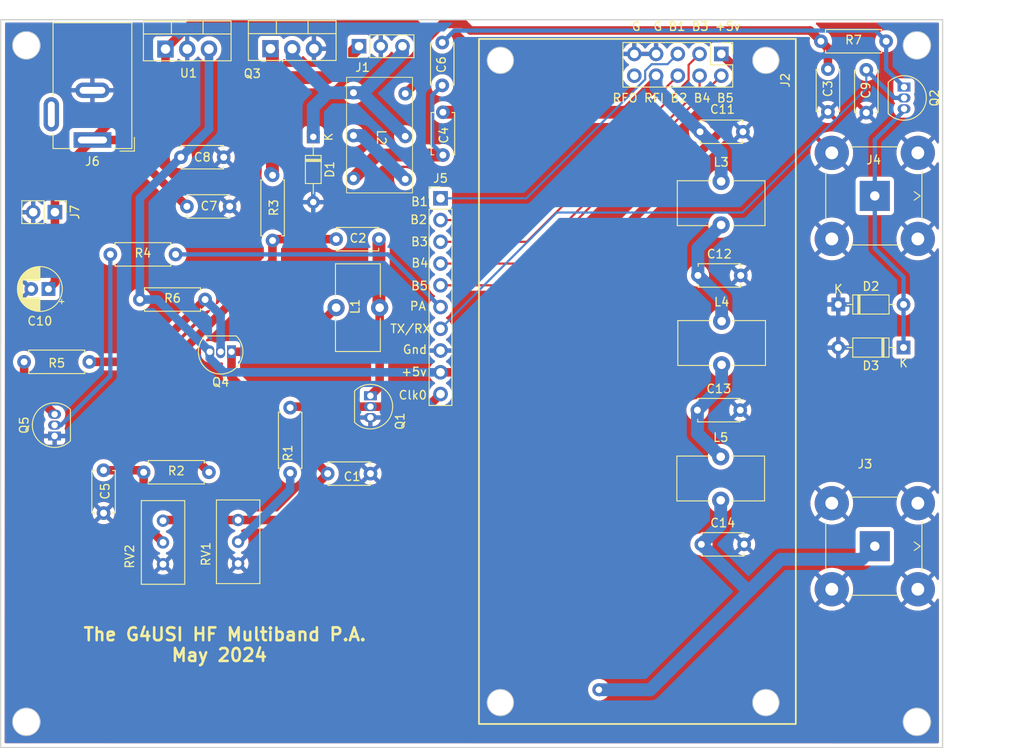
<source format=kicad_pcb>
(kicad_pcb (version 20221018) (generator pcbnew)
  (layers (0 "F.Cu" signal) (31 "B.Cu" signal) (34 "B.Paste" user) (35 "F.Paste" user) (36 "B.SilkS" user "B.Silkscreen") (37 "F.SilkS" user "F.Silkscreen") (38 "B.Mask" user) (39 "F.Mask" user) (44 "Edge.Cuts" user))
  (net 0 "")
  (net 1 "GND")
  (net 2 "Net-(Q4-E)")
  (net 3 "Net-(C2-Pad1)")
  (net 4 "Net-(Q1-D)")
  (net 5 "+12V")
  (net 6 "Net-(J2-Pin_7)")
  (net 7 "Net-(C4-Pad2)")
  (net 8 "Net-(C5-Pad1)")
  (net 9 "Net-(Q2-D)")
  (net 10 "+5V")
  (net 11 "Net-(J1-Pin_1)")
  (net 12 "Net-(D1-K)")
  (net 13 "TX{slash}RX")
  (net 14 "B1")
  (net 15 "B2")
  (net 16 "B3")
  (net 17 "B4")
  (net 18 "Net-(J2-Pin_6)")
  (net 19 "Net-(D2-A)")
  (net 20 "Net-(L2-Pad4)")
  (net 21 "Net-(Q4-B)")
  (net 22 "Net-(Q5-B)")
  (net 23 "Net-(Q5-C)")
  (net 24 "Net-(R1-Pad1)")
  (net 25 "Net-(C12-Pad1)")
  (net 26 "Net-(C13-Pad1)")
  (net 27 "B5")
  (net 28 "PA Keying")
  (net 29 "Clk0")
  (footprint "Package_TO_SOT_THT:TO-92_Inline" (layer "F.Cu") (at 106.3 98.62 90)
    (fp_text reference "Q5" (at 1.27 -3.56 90) (layer "F.SilkS"))
    (fp_text value "2N3904")
    (pad "1" thru_hole rect (at 0 0 90) (size 1.05 1.5) (drill 0.75) (layers "*.Cu" "*.Mask") (net 1 "GND"))
    (pad "2" thru_hole oval (at 1.27 0 90) (size 1.05 1.5) (drill 0.75) (layers "*.Cu" "*.Mask") (net 22 "Net-(Q5-B)"))
    (pad "3" thru_hole oval (at 2.54 0 90) (size 1.05 1.5) (drill 0.75) (layers "*.Cu" "*.Mask") (net 23 "Net-(Q5-C)"))
  )
  (footprint "Capacitor_THT:C_Disc_D4.7mm_W2.5mm_P5.00mm" (layer "F.Cu") (at 112.02 102.62 -90)
    (fp_text reference "C5" (at 2.45 -0.18 90) (layer "F.SilkS"))
    (fp_text value "1uF")
    (pad "1" thru_hole circle (at 0 0 270) (size 1.6 1.6) (drill 0.8) (layers "*.Cu" "*.Mask") (net 8 "Net-(C5-Pad1)"))
    (pad "2" thru_hole circle (at 5 0 270) (size 1.6 1.6) (drill 0.8) (layers "*.Cu" "*.Mask") (net 1 "GND"))
  )
  (footprint "Capacitor_THT:C_Disc_D4.7mm_W2.5mm_P5.00mm" (layer "F.Cu") (at 121.05 66.06)
    (fp_text reference "C8" (at 2.5 0) (layer "F.SilkS"))
    (fp_text value "0.1uF")
    (pad "1" thru_hole circle (at 0 0) (size 1.6 1.6) (drill 0.8) (layers "*.Cu" "*.Mask") (net 10 "+5V"))
    (pad "2" thru_hole circle (at 5 0) (size 1.6 1.6) (drill 0.8) (layers "*.Cu" "*.Mask") (net 1 "GND"))
  )
  (footprint "Resistor_THT:R_Axial_DIN0207_L6.3mm_D2.5mm_P7.62mm_Horizontal" (layer "F.Cu") (at 195.79 52.52)
    (fp_text reference "R7" (at 3.81 -0.15) (layer "F.SilkS"))
    (fp_text value "10k")
    (pad "1" thru_hole circle (at 0 0) (size 1.6 1.6) (drill 0.8) (layers "*.Cu" "*.Mask") (net 5 "+12V"))
    (pad "2" thru_hole oval (at 7.62 0) (size 1.6 1.6) (drill 0.8) (layers "*.Cu" "*.Mask") (net 9 "Net-(Q2-D)"))
  )
  (footprint "Capacitor_THT:C_Disc_D4.7mm_W2.5mm_P5.00mm" (layer "F.Cu") (at 181.43 79.87)
    (fp_text reference "C12" (at 2.5 -2.5) (layer "F.SilkS"))
    (fp_text value "560nF")
    (pad "1" thru_hole circle (at 0 0) (size 1.6 1.6) (drill 0.8) (layers "*.Cu" "*.Mask") (net 25 "Net-(C12-Pad1)"))
    (pad "2" thru_hole circle (at 5 0) (size 1.6 1.6) (drill 0.8) (layers "*.Cu" "*.Mask") (net 1 "GND"))
  )
  (footprint "Package_TO_SOT_THT:TO-92_Inline" (layer "F.Cu") (at 205.5 57.87 -90)
    (fp_text reference "Q2" (at 1.27 -3.56 90) (layer "F.SilkS"))
    (fp_text value "BS170")
    (pad "1" thru_hole rect (at 0 0 270) (size 1.05 1.5) (drill 0.75) (layers "*.Cu" "*.Mask") (net 9 "Net-(Q2-D)"))
    (pad "2" thru_hole oval (at 1.27 0 270) (size 1.05 1.5) (drill 0.75) (layers "*.Cu" "*.Mask") (net 13 "TX{slash}RX"))
    (pad "3" thru_hole oval (at 2.54 0 270) (size 1.05 1.5) (drill 0.75) (layers "*.Cu" "*.Mask") (net 19 "Net-(D2-A)"))
  )
  (footprint "Resistor_THT:R_Axial_DIN0207_L6.3mm_D2.5mm_P7.62mm_Horizontal" (layer "F.Cu") (at 133.81 102.93 90)
    (fp_text reference "R1" (at 2.32 -0.26 90) (layer "F.SilkS"))
    (fp_text value "4k7")
    (pad "1" thru_hole circle (at 0 0 90) (size 1.6 1.6) (drill 0.8) (layers "*.Cu" "*.Mask") (net 24 "Net-(R1-Pad1)"))
    (pad "2" thru_hole oval (at 7.62 0 90) (size 1.6 1.6) (drill 0.8) (layers "*.Cu" "*.Mask") (net 29 "Clk0"))
  )
  (footprint "Resistor_THT:R_Axial_DIN0207_L6.3mm_D2.5mm_P7.62mm_Horizontal" (layer "F.Cu") (at 112.81 77.41)
    (fp_text reference "R4" (at 3.81 -0.15) (layer "F.SilkS"))
    (fp_text value "22K")
    (pad "1" thru_hole circle (at 0 0) (size 1.6 1.6) (drill 0.8) (layers "*.Cu" "*.Mask") (net 22 "Net-(Q5-B)"))
    (pad "2" thru_hole oval (at 7.62 0) (size 1.6 1.6) (drill 0.8) (layers "*.Cu" "*.Mask") (net 28 "PA Keying"))
  )
  (footprint "Package_TO_SOT_THT:TO-92_Inline" (layer "F.Cu") (at 143.18 93.92 -90)
    (fp_text reference "Q1" (at 2.97 -3.46 90) (layer "F.SilkS"))
    (fp_text value "BS170")
    (pad "1" thru_hole rect (at 0 0 270) (size 1.05 1.5) (drill 0.75) (layers "*.Cu" "*.Mask") (net 4 "Net-(Q1-D)"))
    (pad "2" thru_hole oval (at 1.27 0 270) (size 1.05 1.5) (drill 0.75) (layers "*.Cu" "*.Mask") (net 29 "Clk0"))
    (pad "3" thru_hole oval (at 2.54 0 270) (size 1.05 1.5) (drill 0.75) (layers "*.Cu" "*.Mask") (net 1 "GND"))
  )
  (footprint "Diode_THT:D_DO-35_SOD27_P7.62mm_Horizontal" (layer "F.Cu") (at 205.44 88.29 180)
    (fp_text reference "D3" (at 3.81 -2.12) (layer "F.SilkS"))
    (fp_text value "1N4148")
    (fp_text user "K" (at 0 -1.8) (layer "F.SilkS"))
    (pad "1" thru_hole rect (at 0 0 180) (size 1.6 1.6) (drill 0.8) (layers "*.Cu" "*.Mask") (net 19 "Net-(D2-A)"))
    (pad "2" thru_hole oval (at 7.62 0 180) (size 1.6 1.6) (drill 0.8) (layers "*.Cu" "*.Mask") (net 1 "GND"))
  )
  (footprint "Diode_THT:D_DO-34_SOD68_P7.62mm_Horizontal" (layer "F.Cu") (at 136.51 63.685 -90)
    (fp_text reference "D1" (at 3.81 -1.92 90) (layer "F.SilkS"))
    (fp_text value "47v")
    (fp_text user "K" (at 0 -1.75 90) (layer "F.SilkS"))
    (pad "1" thru_hole rect (at 0 0 270) (size 1.5 1.5) (drill 0.75) (layers "*.Cu" "*.Mask") (net 12 "Net-(D1-K)"))
    (pad "2" thru_hole oval (at 7.62 0 270) (size 1.5 1.5) (drill 0.75) (layers "*.Cu" "*.Mask") (net 1 "GND"))
  )
  (footprint "Capacitor_THT:C_Disc_D4.7mm_W2.5mm_P5.00mm" (layer "F.Cu") (at 181.37 95.6)
    (fp_text reference "C13" (at 2.5 -2.5) (layer "F.SilkS"))
    (fp_text value "560nF")
    (pad "1" thru_hole circle (at 0 0) (size 1.6 1.6) (drill 0.8) (layers "*.Cu" "*.Mask") (net 26 "Net-(C13-Pad1)"))
    (pad "2" thru_hole circle (at 5 0) (size 1.6 1.6) (drill 0.8) (layers "*.Cu" "*.Mask") (net 1 "GND"))
  )
  (footprint "Connector_PinHeader_2.54mm:PinHeader_1x03_P2.54mm_Vertical" (layer "F.Cu") (at 141.85 53.1 90)
    (fp_text reference "J1" (at -2.48 0.42) (layer "F.SilkS"))
    (fp_text value "RD16HHF1")
    (pad "1" thru_hole rect (at 0 0 90) (size 1.7 1.7) (drill 1) (layers "*.Cu" "*.Mask") (net 11 "Net-(J1-Pin_1)"))
    (pad "2" thru_hole oval (at 0 2.54 90) (size 1.7 1.7) (drill 1) (layers "*.Cu" "*.Mask") (net 1 "GND"))
    (pad "3" thru_hole oval (at 0 5.08 90) (size 1.7 1.7) (drill 1) (layers "*.Cu" "*.Mask") (net 12 "Net-(D1-K)"))
  )
  (footprint "Connector_BarrelJack:BarrelJack_Wuerth_6941xx301002" (layer "F.Cu") (at 110.72 64.05 180)
    (fp_text reference "J6" (at 0 -2.5) (layer "F.SilkS"))
    (fp_text value "Conn_Coaxial_Power")
    (pad "1" thru_hole rect (at 0 0 180) (size 4.4 1.8) (drill oval 3.4 0.8) (layers "*.Cu" "*.Mask") (net 5 "+12V"))
    (pad "2" thru_hole oval (at 0 5.8 180) (size 4 1.8) (drill oval 3 0.8) (layers "*.Cu" "*.Mask") (net 1 "GND"))
    (pad "3" thru_hole oval (at 4.8 3 270) (size 4 1.8) (drill oval 3 0.8) (layers "*.Cu" "*.Mask"))
  )
  (footprint "Resistor_THT:R_Axial_DIN0207_L6.3mm_D2.5mm_P7.62mm_Horizontal" (layer "F.Cu") (at 116.7 102.85)
    (fp_text reference "R2" (at 3.81 -0.15) (layer "F.SilkS"))
    (fp_text value "3k3")
    (pad "1" thru_hole circle (at 0 0) (size 1.6 1.6) (drill 0.8) (layers "*.Cu" "*.Mask") (net 8 "Net-(C5-Pad1)"))
    (pad "2" thru_hole oval (at 7.62 0) (size 1.6 1.6) (drill 0.8) (layers "*.Cu" "*.Mask") (net 3 "Net-(C2-Pad1)"))
  )
  (footprint "Inductor_THT:L_Toroid_Vertical_L10.0mm_W5.0mm_P5.08mm" (layer "F.Cu") (at 139.18 83.63 90)
    (fp_text reference "L1" (at 0.13 2.22 90) (layer "F.SilkS"))
    (fp_text value "FT37-43 25t")
    (pad "1" thru_hole circle (at 0 0 90) (size 2 2) (drill 1) (layers "*.Cu" "*.Mask") (net 2 "Net-(Q4-E)"))
    (pad "2" thru_hole circle (at 0 5.08 90) (size 2 2) (drill 1) (layers "*.Cu" "*.Mask") (net 4 "Net-(Q1-D)"))
  )
  (footprint "Capacitor_THT:C_Disc_D4.7mm_W2.5mm_P5.00mm" (layer "F.Cu") (at 143.19 103.01 180)
    (fp_text reference "C1" (at 2.15 -0.35) (layer "F.SilkS"))
    (fp_text value "0.1uF")
    (pad "1" thru_hole circle (at 0 0 180) (size 1.6 1.6) (drill 0.8) (layers "*.Cu" "*.Mask") (net 1 "GND"))
    (pad "2" thru_hole circle (at 5 0 180) (size 1.6 1.6) (drill 0.8) (layers "*.Cu" "*.Mask") (net 2 "Net-(Q4-E)"))
  )
  (footprint "MyLibrary:L_Trifilar_FT50_43" (layer "F.Cu") (at 148.4 56.43 -90)
    (fp_text reference "L2" (at 7.31 3.93 -90 unlocked) (layer "F.SilkS"))
    (fp_text value "10t Trifilar FT50-43")
    (pad "1" thru_hole circle (at 2.2 1.15 90) (size 1.6 1.6) (drill 0.8) (layers "*.Cu" "*.Mask") (net 5 "+12V"))
    (pad "2" thru_hole circle (at 2.1 7.2 90) (size 1.6 1.6) (drill 0.8) (layers "*.Cu" "*.Mask") (net 12 "Net-(D1-K)"))
    (pad "3" thru_hole circle (at 7.2 1.15 90) (size 1.6 1.6) (drill 0.8) (layers "*.Cu" "*.Mask") (net 12 "Net-(D1-K)"))
    (pad "4" thru_hole circle (at 7.1 7.2 90) (size 1.6 1.6) (drill 0.8) (layers "*.Cu" "*.Mask") (net 20 "Net-(L2-Pad4)"))
    (pad "5" thru_hole circle (at 12.2 1.15 90) (size 1.6 1.6) (drill 0.8) (layers "*.Cu" "*.Mask") (net 20 "Net-(L2-Pad4)"))
    (pad "6" thru_hole circle (at 12.1 7.2 90) (size 1.6 1.6) (drill 0.8) (layers "*.Cu" "*.Mask") (net 7 "Net-(C4-Pad2)"))
  )
  (footprint "Connector_PinHeader_2.54mm:PinHeader_1x02_P2.54mm_Vertical" (layer "F.Cu") (at 106.34 72.48 -90)
    (fp_text reference "J7" (at 0 -2.33 90) (layer "F.SilkS"))
    (fp_text value "12v")
    (pad "1" thru_hole rect (at 0 0 270) (size 1.7 1.7) (drill 1) (layers "*.Cu" "*.Mask") (net 5 "+12V"))
    (pad "2" thru_hole oval (at 0 2.54 270) (size 1.7 1.7) (drill 1) (layers "*.Cu" "*.Mask") (net 1 "GND"))
  )
  (footprint "Capacitor_THT:C_Disc_D4.7mm_W2.5mm_P5.00mm" (layer "F.Cu") (at 121.75 71.81)
    (fp_text reference "C7" (at 2.58 -0.05) (layer "F.SilkS"))
    (fp_text value "0.22uF")
    (pad "1" thru_hole circle (at 0 0) (size 1.6 1.6) (drill 0.8) (layers "*.Cu" "*.Mask") (net 5 "+12V"))
    (pad "2" thru_hole circle (at 5 0) (size 1.6 1.6) (drill 0.8) (layers "*.Cu" "*.Mask") (net 1 "GND"))
  )
  (footprint "Capacitor_THT:CP_Radial_D5.0mm_P2.00mm" (layer "F.Cu") (at 105.58 81.45 180)
    (fp_text reference "C10" (at 1 -3.75) (layer "F.SilkS"))
    (fp_text value "22uF")
    (pad "1" thru_hole rect (at 0 0 180) (size 1.6 1.6) (drill 0.8) (layers "*.Cu" "*.Mask") (net 5 "+12V"))
    (pad "2" thru_hole circle (at 2 0 180) (size 1.6 1.6) (drill 0.8) (layers "*.Cu" "*.Mask") (net 1 "GND"))
  )
  (footprint "Capacitor_THT:C_Disc_D4.7mm_W2.5mm_P5.00mm" (layer "F.Cu") (at 181.83 111.27)
    (fp_text reference "C14" (at 2.5 -2.5) (layer "F.SilkS"))
    (fp_text value "270nF")
    (pad "1" thru_hole circle (at 0 0) (size 1.6 1.6) (drill 0.8) (layers "*.Cu" "*.Mask") (net 18 "Net-(J2-Pin_6)"))
    (pad "2" thru_hole circle (at 5 0) (size 1.6 1.6) (drill 0.8) (layers "*.Cu" "*.Mask") (net 1 "GND"))
  )
  (footprint "Diode_THT:D_DO-35_SOD27_P7.62mm_Horizontal" (layer "F.Cu") (at 197.82 83.26)
    (fp_text reference "D2" (at 3.81 -2.12) (layer "F.SilkS"))
    (fp_text value "1N4148")
    (fp_text user "K" (at 0 -1.8) (layer "F.SilkS"))
    (pad "1" thru_hole rect (at 0 0) (size 1.6 1.6) (drill 0.8) (layers "*.Cu" "*.Mask") (net 1 "GND"))
    (pad "2" thru_hole oval (at 7.62 0) (size 1.6 1.6) (drill 0.8) (layers "*.Cu" "*.Mask") (net 19 "Net-(D2-A)"))
  )
  (footprint "Inductor_THT:L_Toroid_Vertical_L10.0mm_W5.0mm_P5.08mm" (layer "F.Cu") (at 184.2 85.22)
    (fp_text reference "L4" (at 0 -2.25) (layer "F.SilkS"))
    (fp_text value "20t T37-6")
    (pad "1" thru_hole circle (at 0 0) (size 2 2) (drill 1) (layers "*.Cu" "*.Mask") (net 25 "Net-(C12-Pad1)"))
    (pad "2" thru_hole circle (at 0 5.08) (size 2 2) (drill 1) (layers "*.Cu" "*.Mask") (net 26 "Net-(C13-Pad1)"))
  )
  (footprint "Capacitor_THT:C_Disc_D4.7mm_W2.5mm_P5.00mm" (layer "F.Cu") (at 201.09 55.86 -90)
    (fp_text reference "C9" (at 2.38 0.05 -270) (layer "F.SilkS"))
    (fp_text value "1nF")
    (pad "1" thru_hole circle (at 0 0 270) (size 1.6 1.6) (drill 0.8) (layers "*.Cu" "*.Mask") (net 13 "TX{slash}RX"))
    (pad "2" thru_hole circle (at 5 0 270) (size 1.6 1.6) (drill 0.8) (layers "*.Cu" "*.Mask") (net 1 "GND"))
  )
  (footprint "Capacitor_THT:C_Disc_D4.7mm_W2.5mm_P5.00mm" (layer "F.Cu") (at 151.57 52.67 -90)
    (fp_text reference "C6" (at 2.58 0.1 90) (layer "F.SilkS"))
    (fp_text value "22pF")
    (pad "1" thru_hole circle (at 0 0 270) (size 1.6 1.6) (drill 0.8) (layers "*.Cu" "*.Mask") (net 9 "Net-(Q2-D)"))
    (pad "2" thru_hole circle (at 5 0 270) (size 1.6 1.6) (drill 0.8) (layers "*.Cu" "*.Mask") (net 7 "Net-(C4-Pad2)"))
  )
  (footprint "Connector_Coaxial:BNC_TEConnectivity_1478035_Horizontal" (layer "F.Cu") (at 202.085 70.58 -90)
    (fp_text reference "J4" (at -4.19 0.125) (layer "F.SilkS"))
    (fp_text value "Conn_Coaxial")
    (pad "1" thru_hole rect (at 0 0 270) (size 3.5 3.5) (drill 1.1) (layers "*.Cu" "*.Mask") (net 19 "Net-(D2-A)"))
    (pad "2" thru_hole circle (at -5.025 -5.025 270) (size 4 4) (drill 1.5) (layers "*.Cu" "*.Mask") (net 1 "GND"))
    (pad "2" thru_hole circle (at -5.025 5.025 270) (size 4 4) (drill 1.5) (layers "*.Cu" "*.Mask") (net 1 "GND"))
    (pad "2" thru_hole circle (at 5.025 -5.025 270) (size 4 4) (drill 1.5) (layers "*.Cu" "*.Mask") (net 1 "GND"))
    (pad "2" thru_hole circle (at 5.025 5.025 270) (size 4 4) (drill 1.5) (layers "*.Cu" "*.Mask") (net 1 "GND"))
  )
  (footprint "Resistor_THT:R_Axial_DIN0207_L6.3mm_D2.5mm_P7.62mm_Horizontal" (layer "F.Cu") (at 131.76 68.17 -90)
    (fp_text reference "R3" (at 3.79 -0.14 90) (layer "F.SilkS"))
    (fp_text value "10")
    (pad "1" thru_hole circle (at 0 0 270) (size 1.6 1.6) (drill 0.8) (layers "*.Cu" "*.Mask") (net 11 "Net-(J1-Pin_1)"))
    (pad "2" thru_hole oval (at 7.62 0 270) (size 1.6 1.6) (drill 0.8) (layers "*.Cu" "*.Mask") (net 3 "Net-(C2-Pad1)"))
  )
  (footprint "Package_TO_SOT_THT:TO-92_Inline" (layer "F.Cu") (at 126.96 88.78 180)
    (fp_text reference "Q4" (at 1.27 -3.56) (layer "F.SilkS"))
    (fp_text value "2N3906")
    (pad "1" thru_hole rect (at 0 0 180) (size 1.05 1.5) (drill 0.75) (layers "*.Cu" "*.Mask") (net 2 "Net-(Q4-E)"))
    (pad "2" thru_hole oval (at 1.27 0 180) (size 1.05 1.5) (drill 0.75) (layers "*.Cu" "*.Mask") (net 21 "Net-(Q4-B)"))
    (pad "3" thru_hole oval (at 2.54 0 180) (size 1.05 1.5) (drill 0.75) (layers "*.Cu" "*.Mask") (net 10 "+5V"))
  )
  (footprint "Connector_Coaxial:BNC_TEConnectivity_1478035_Horizontal" (layer "F.Cu") (at 202.085 111.49 -90)
    (fp_text reference "J3" (at -9.595 1.145) (layer "F.SilkS"))
    (fp_text value "Conn_Coaxial")
    (pad "1" thru_hole rect (at 0 0 270) (size 3.5 3.5) (drill 1.1) (layers "*.Cu" "*.Mask") (net 18 "Net-(J2-Pin_6)"))
    (pad "2" thru_hole circle (at -5.025 -5.025 270) (size 4 4) (drill 1.5) (layers "*.Cu" "*.Mask") (net 1 "GND"))
    (pad "2" thru_hole circle (at -5.025 5.025 270) (size 4 4) (drill 1.5) (layers "*.Cu" "*.Mask") (net 1 "GND"))
    (pad "2" thru_hole circle (at 5.025 -5.025 270) (size 4 4) (drill 1.5) (layers "*.Cu" "*.Mask") (net 1 "GND"))
    (pad "2" thru_hole circle (at 5.025 5.025 270) (size 4 4) (drill 1.5) (layers "*.Cu" "*.Mask") (net 1 "GND"))
  )
  (footprint "Potentiometer_THT:Potentiometer_Bourns_3296W_Vertical" (layer "F.Cu") (at 118.96 108.51 90)
    (fp_text reference "RV2" (at -4.18 -3.89 90) (layer "F.SilkS"))
    (fp_text value "5k")
    (pad "1" thru_hole circle (at 0 0 90) (size 1.44 1.44) (drill 0.8) (layers "*.Cu" "*.Mask") (net 2 "Net-(Q4-E)"))
    (pad "2" thru_hole circle (at -2.54 0 90) (size 1.44 1.44) (drill 0.8) (layers "*.Cu" "*.Mask") (net 8 "Net-(C5-Pad1)"))
    (pad "3" thru_hole circle (at -5.08 0 90) (size 1.44 1.44) (drill 0.8) (layers "*.Cu" "*.Mask") (net 1 "GND"))
  )
  (footprint "Package_TO_SOT_THT:TO-220-3_Vertical" (layer "F.Cu") (at 131.51 53.39)
    (fp_text reference "Q3" (at -2.12 2.91) (layer "F.SilkS"))
    (fp_text value "IRF510")
    (pad "1" thru_hole rect (at 0 0) (size 1.905 2) (drill 1.1) (layers "*.Cu" "*.Mask") (net 11 "Net-(J1-Pin_1)"))
    (pad "2" thru_hole oval (at 2.54 0) (size 1.905 2) (drill 1.1) (layers "*.Cu" "*.Mask") (net 12 "Net-(D1-K)"))
    (pad "3" thru_hole oval (at 5.08 0) (size 1.905 2) (drill 1.1) (layers "*.Cu" "*.Mask") (net 1 "GND"))
  )
  (footprint "QRPLabs:QRPLabs LPF Relay Board" (layer "F.Cu") (at 192.86 52.25 -90)
    (fp_text reference "J2" (at 4.83 1.23 90) (layer "F.SilkS"))
    (fp_text value "QRPLabs LPF Board")
    (fp_circle (center 2.5 3.5) (end 4.030523 3.5) (stroke (width 0.1)) (fill none) (layer "Edge.Cuts"))
    (fp_circle (center 2.5 34.5) (end 4.030523 34.5) (stroke (width 0.1)) (fill none) (layer "Edge.Cuts"))
    (fp_circle (center 77.5 3.5) (end 79.030523 3.5) (stroke (width 0.1)) (fill none) (layer "Edge.Cuts"))
    (fp_circle (center 77.5 34.5) (end 79.030523 34.5) (stroke (width 0.1)) (fill none) (layer "Edge.Cuts"))
    (pad "+5" thru_hole rect (at 1.75 8.7 270) (size 1.7 1.7) (drill 1) (layers "*.Cu" "*.Mask") (net 10 "+5V"))
    (pad "B1" thru_hole oval (at 1.75 13.78 270) (size 1.7 1.7) (drill 1) (layers "*.Cu" "*.Mask") (net 14 "B1"))
    (pad "B2" thru_hole oval (at 4.29 13.78 270) (size 1.7 1.7) (drill 1) (layers "*.Cu" "*.Mask") (net 15 "B2"))
    (pad "B3" thru_hole oval (at 1.75 11.24 270) (size 1.7 1.7) (drill 1) (layers "*.Cu" "*.Mask") (net 16 "B3"))
    (pad "B4" thru_hole oval (at 4.29 11.24 270) (size 1.7 1.7) (drill 1) (layers "*.Cu" "*.Mask") (net 17 "B4"))
    (pad "B5" thru_hole oval (at 4.29 8.7 270) (size 1.7 1.7) (drill 1) (layers "*.Cu" "*.Mask") (net 27 "B5"))
    (pad "Gnd" thru_hole oval (at 1.75 16.32 270) (size 1.7 1.7) (drill 1) (layers "*.Cu" "*.Mask") (net 1 "GND"))
    (pad "Gnd" thru_hole oval (at 1.75 18.86 270) (size 1.7 1.7) (drill 1) (layers "*.Cu" "*.Mask") (net 1 "GND"))
    (pad "RFI" thru_hole oval (at 4.29 16.32 270) (size 1.7 1.7) (drill 1) (layers "*.Cu" "*.Mask") (net 6 "Net-(J2-Pin_7)"))
    (pad "RFO" thru_hole oval (at 4.29 18.86 270) (size 1.7 1.7) (drill 1) (layers "*.Cu" "*.Mask") (net 18 "Net-(J2-Pin_6)"))
    (pad "RFO" thru_hole circle (at 76 23 270) (size 1.524 1.524) (drill 0.762) (layers "*.Cu" "*.Mask") (net 18 "Net-(J2-Pin_6)"))
  )
  (footprint "Connector_PinHeader_2.54mm:PinHeader_1x10_P2.54mm_Vertical" (layer "F.Cu") (at 151.37 70.86)
    (fp_text reference "J5" (at 0 -2.33) (layer "F.SilkS"))
    (fp_text value "Conn_01x10_Pin")
    (pad "1" thru_hole rect (at 0 0) (size 1.7 1.7) (drill 1) (layers "*.Cu" "*.Mask") (net 14 "B1"))
    (pad "2" thru_hole oval (at 0 2.54) (size 1.7 1.7) (drill 1) (layers "*.Cu" "*.Mask") (net 15 "B2"))
    (pad "3" thru_hole oval (at 0 5.08) (size 1.7 1.7) (drill 1) (layers "*.Cu" "*.Mask") (net 16 "B3"))
    (pad "4" thru_hole oval (at 0 7.62) (size 1.7 1.7) (drill 1) (layers "*.Cu" "*.Mask") (net 17 "B4"))
    (pad "5" thru_hole oval (at 0 10.16) (size 1.7 1.7) (drill 1) (layers "*.Cu" "*.Mask") (net 27 "B5"))
    (pad "6" thru_hole oval (at 0 12.7) (size 1.7 1.7) (drill 1) (layers "*.Cu" "*.Mask") (net 28 "PA Keying"))
    (pad "7" thru_hole oval (at 0 15.24) (size 1.7 1.7) (drill 1) (layers "*.Cu" "*.Mask") (net 13 "TX{slash}RX"))
    (pad "8" thru_hole oval (at 0 17.78) (size 1.7 1.7) (drill 1) (layers "*.Cu" "*.Mask") (net 1 "GND"))
    (pad "9" thru_hole oval (at 0 20.32) (size 1.7 1.7) (drill 1) (layers "*.Cu" "*.Mask") (net 10 "+5V"))
    (pad "10" thru_hole oval (at 0 22.86) (size 1.7 1.7) (drill 1) (layers "*.Cu" "*.Mask") (net 29 "Clk0"))
  )
  (footprint "Capacitor_THT:C_Disc_D4.7mm_W2.5mm_P5.00mm" (layer "F.Cu") (at 181.68 63.09)
    (fp_text reference "C11" (at 2.62 -2.62) (layer "F.SilkS"))
    (fp_text value "270nF")
    (pad "1" thru_hole circle (at 0 0) (size 1.6 1.6) (drill 0.8) (layers "*.Cu" "*.Mask") (net 6 "Net-(J2-Pin_7)"))
    (pad "2" thru_hole circle (at 5 0) (size 1.6 1.6) (drill 0.8) (layers "*.Cu" "*.Mask") (net 1 "GND"))
  )
  (footprint "Resistor_THT:R_Axial_DIN0207_L6.3mm_D2.5mm_P7.62mm_Horizontal" (layer "F.Cu") (at 110.36 89.96 180)
    (fp_text reference "R5" (at 3.81 -0.15) (layer "F.SilkS"))
    (fp_text value "1k")
    (pad "1" thru_hole circle (at 0 0 180) (size 1.6 1.6) (drill 0.8) (layers "*.Cu" "*.Mask") (net 21 "Net-(Q4-B)"))
    (pad "2" thru_hole oval (at 7.62 0 180) (size 1.6 1.6) (drill 0.8) (layers "*.Cu" "*.Mask") (net 23 "Net-(Q5-C)"))
  )
  (footprint "Package_TO_SOT_THT:TO-220-3_Vertical" (layer "F.Cu") (at 119.25 53.43)
    (fp_text reference "U1" (at 2.69 2.81) (layer "F.SilkS"))
    (fp_text value "LM7805_TO220")
    (pad "1" thru_hole rect (at 0 0) (size 1.905 2) (drill 1.1) (layers "*.Cu" "*.Mask") (net 5 "+12V"))
    (pad "2" thru_hole oval (at 2.54 0) (size 1.905 2) (drill 1.1) (layers "*.Cu" "*.Mask") (net 1 "GND"))
    (pad "3" thru_hole oval (at 5.08 0) (size 1.905 2) (drill 1.1) (layers "*.Cu" "*.Mask") (net 10 "+5V"))
  )
  (footprint "Capacitor_THT:C_Disc_D4.7mm_W2.5mm_P5.00mm" (layer "F.Cu") (at 196.61 55.77 -90)
    (fp_text reference "C3" (at 2.29 0 90) (layer "F.SilkS"))
    (fp_text value "1uF")
    (pad "1" thru_hole circle (at 0 0 270) (size 1.6 1.6) (drill 0.8) (layers "*.Cu" "*.Mask") (net 5 "+12V"))
    (pad "2" thru_hole circle (at 5 0 270) (size 1.6 1.6) (drill 0.8) (layers "*.Cu" "*.Mask") (net 1 "GND"))
  )
  (footprint "Capacitor_THT:C_Disc_D4.7mm_W2.5mm_P5.00mm" (layer "F.Cu") (at 151.65 60.81 -90)
    (fp_text reference "C4" (at 2.68 -0.1 90) (layer "F.SilkS"))
    (fp_text value "1uF")
    (pad "1" thru_hole circle (at 0 0 270) (size 1.6 1.6) (drill 0.8) (layers "*.Cu" "*.Mask") (net 6 "Net-(J2-Pin_7)"))
    (pad "2" thru_hole circle (at 5 0 270) (size 1.6 1.6) (drill 0.8) (layers "*.Cu" "*.Mask") (net 7 "Net-(C4-Pad2)"))
  )
  (footprint "Inductor_THT:L_Toroid_Vertical_L10.0mm_W5.0mm_P5.08mm" (layer "F.Cu") (at 184.14 68.89)
    (fp_text reference "L3" (at 0 -2.25) (layer "F.SilkS"))
    (fp_text value "19t T37-6")
    (pad "1" thru_hole circle (at 0 0) (size 2 2) (drill 1) (layers "*.Cu" "*.Mask") (net 6 "Net-(J2-Pin_7)"))
    (pad "2" thru_hole circle (at 0 5.08) (size 2 2) (drill 1) (layers "*.Cu" "*.Mask") (net 25 "Net-(C12-Pad1)"))
  )
  (footprint "Resistor_THT:R_Axial_DIN0207_L6.3mm_D2.5mm_P7.62mm_Horizontal" (layer "F.Cu") (at 116.26 82.68)
    (fp_text reference "R6" (at 3.81 -0.15) (layer "F.SilkS"))
    (fp_text value "10k")
    (pad "1" thru_hole circle (at 0 0) (size 1.6 1.6) (drill 0.8) (layers "*.Cu" "*.Mask") (net 10 "+5V"))
    (pad "2" thru_hole oval (at 7.62 0) (size 1.6 1.6) (drill 0.8) (layers "*.Cu" "*.Mask") (net 21 "Net-(Q4-B)"))
  )
  (footprint "Potentiometer_THT:Potentiometer_Bourns_3296W_Vertical" (layer "F.Cu") (at 127.73 108.43 90)
    (fp_text reference "RV1" (at -3.97 -3.75 90) (layer "F.SilkS"))
    (fp_text value "5k")
    (pad "1" thru_hole circle (at 0 0 90) (size 1.44 1.44) (drill 0.8) (layers "*.Cu" "*.Mask") (net 2 "Net-(Q4-E)"))
    (pad "2" thru_hole circle (at -2.54 0 90) (size 1.44 1.44) (drill 0.8) (layers "*.Cu" "*.Mask") (net 24 "Net-(R1-Pad1)"))
    (pad "3" thru_hole circle (at -5.08 0 90) (size 1.44 1.44) (drill 0.8) (layers "*.Cu" "*.Mask") (net 1 "GND"))
  )
  (footprint "Capacitor_THT:C_Disc_D4.7mm_W2.5mm_P5.00mm" (layer "F.Cu") (at 139.18 75.63)
    (fp_text reference "C2" (at 2.55 -0.11) (layer "F.SilkS"))
    (fp_text value "1uF")
    (pad "1" thru_hole circle (at 0 0) (size 1.6 1.6) (drill 0.8) (layers "*.Cu" "*.Mask") (net 3 "Net-(C2-Pad1)"))
    (pad "2" thru_hole circle (at 5 0) (size 1.6 1.6) (drill 0.8) (layers "*.Cu" "*.Mask") (net 4 "Net-(Q1-D)"))
  )
  (footprint "Inductor_THT:L_Toroid_Vertical_L10.0mm_W5.0mm_P5.08mm" (layer "F.Cu") (at 184.09 101.04)
    (fp_text reference "L5" (at 0 -2.25) (layer "F.SilkS"))
    (fp_text value "19t T37-6")
    (pad "1" thru_hole circle (at 0 0) (size 2 2) (drill 1) (layers "*.Cu" "*.Mask") (net 26 "Net-(C13-Pad1)"))
    (pad "2" thru_hole circle (at 0 5.08) (size 2 2) (drill 1) (layers "*.Cu" "*.Mask") (net 18 "Net-(J2-Pin_6)"))
  )
  (gr_circle (center 103 132) (end 103.52 133.51) (stroke (width 0.1)) (fill none) (layer "Edge.Cuts"))
  (gr_circle (center 207 132) (end 207.52 133.51) (stroke (width 0.1)) (fill none) (layer "Edge.Cuts"))
  (gr_circle (center 207 53) (end 207.52 54.51) (stroke (width 0.1)) (fill none) (layer "Edge.Cuts"))
  (gr_circle (center 103 53) (end 103.52 54.51) (stroke (width 0.1)) (fill none) (layer "Edge.Cuts"))
  (gr_rect (start 100 50) (end 210 135) (stroke (width 0.15)) (fill none) (layer "Edge.Cuts"))
  (gr_text "B3" (at 147.84 76.52) (layer "F.SilkS") (effects (font (size 1 1)) (justify left bottom)))
  (gr_text "B2" (at 147.74 73.94) (layer "F.SilkS") (effects (font (size 1 1)) (justify left bottom)))
  (gr_text "The G4USI HF Multiband P.A.\n         May 2024" (at 109.52 125.08) (layer "F.SilkS") (effects (font (size 1.5 1.5) (thickness 0.3) bold) (justify left bottom)))
  (gr_text "TX/RX" (at 145.41 86.68) (layer "F.SilkS") (effects (font (size 1 1)) (justify left bottom)))
  (gr_text "B5" (at 147.84 81.67) (layer "F.SilkS") (effects (font (size 1 1)) (justify left bottom)))
  (gr_text "PA" (at 147.7 84.04) (layer "F.SilkS") (effects (font (size 1 1)) (justify left bottom)))
  (gr_text "B1" (at 147.84 71.84) (layer "F.SilkS") (effects (font (size 1 1)) (justify left bottom)))
  (gr_text "Clk0" (at 146.39 94.43) (layer "F.SilkS") (effects (font (size 1 1)) (justify left bottom)))
  (gr_text "Gnd" (at 146.88 89.11) (layer "F.SilkS") (effects (font (size 1 1)) (justify left bottom)))
  (gr_text "B4" (at 147.88 79) (layer "F.SilkS") (effects (font (size 1 1)) (justify left bottom)))
  (gr_text "G  G B1 B3 +5v" (at 173.62 51.38) (layer "F.SilkS") (effects (font (size 1 1)) (justify left bottom)))
  (gr_text "+5v" (at 146.7 91.71) (layer "F.SilkS") (effects (font (size 1 1)) (justify left bottom)))
  (gr_text "RFO RFI B2 B4 B5" (at 171.37 59.74) (layer "F.SilkS") (effects (font (size 1 1)) (justify left bottom)))
  (segment (start 139.18 83.63) (end 134.03 88.78) (width 1) (layer "F.Cu") (net 2))
  (segment (start 132.77 108.43) (end 127.73 108.43) (width 1) (layer "F.Cu") (net 2))
  (segment (start 126.96 91.78) (end 138.19 103.01) (width 1) (layer "F.Cu") (net 2))
  (segment (start 119.04 108.43) (end 118.96 108.51) (width 1) (layer "F.Cu") (net 2))
  (segment (start 127.73 108.43) (end 119.04 108.43) (width 1) (layer "F.Cu") (net 2))
  (segment (start 134.03 88.78) (end 126.96 88.78) (width 1) (layer "F.Cu") (net 2))
  (segment (start 126.96 88.78) (end 126.96 91.78) (width 1) (layer "F.Cu") (net 2))
  (segment (start 138.19 103.01) (end 132.77 108.43) (width 1) (layer "F.Cu") (net 2))
  (segment (start 131.74 75.8) (end 131.74 78.21) (width 1) (layer "F.Cu") (net 3))
  (segment (start 131.91 75.63) (end 131.74 75.8) (width 1) (layer "F.Cu") (net 3))
  (segment (start 131.74 78.21) (end 120.72 89.23) (width 1) (layer "F.Cu") (net 3))
  (segment (start 139.18 75.63) (end 131.91 75.63) (width 1) (layer "F.Cu") (net 3))
  (segment (start 120.72 89.23) (end 120.72 99.25) (width 1) (layer "F.Cu") (net 3))
  (segment (start 120.72 99.25) (end 124.32 102.85) (width 1) (layer "F.Cu") (net 3))
  (segment (start 139.01 75.8) (end 139.18 75.63) (width 1) (layer "B.Cu") (net 3))
  (segment (start 143.18 93.92) (end 144.26 92.84) (width 1) (layer "F.Cu") (net 4))
  (segment (start 144.18 83.55) (end 144.26 83.63) (width 1.5) (layer "F.Cu") (net 4))
  (segment (start 144.26 92.84) (end 144.26 83.63) (width 1) (layer "F.Cu") (net 4))
  (segment (start 144.18 75.63) (end 144.18 83.55) (width 1.5) (layer "F.Cu") (net 4))
  (segment (start 119.25 53.43) (end 122.18 50.5) (width 1) (layer "F.Cu") (net 5))
  (segment (start 154.87 51.26) (end 154.11 50.5) (width 1) (layer "F.Cu") (net 5))
  (segment (start 110.72 64.05) (end 106.34 68.43) (width 1) (layer "F.Cu") (net 5))
  (segment (start 148.45 50.5) (end 149.995 52.045) (width 1) (layer "F.Cu") (net 5))
  (segment (start 149.34 52.7) (end 149.34 56.54) (width 1) (layer "F.Cu") (net 5))
  (segment (start 110.72 64.05) (end 113.99 64.05) (width 1) (layer "F.Cu") (net 5))
  (segment (start 106.34 72.48) (end 106.34 80.69) (width 1) (layer "F.Cu") (net 5))
  (segment (start 106.34 68.43) (end 106.34 72.48) (width 1) (layer "F.Cu") (net 5))
  (segment (start 119.25 53.43) (end 119.25 55.52) (width 1) (layer "F.Cu") (net 5))
  (segment (start 154.11 50.5) (end 151.54 50.5) (width 1) (layer "F.Cu") (net 5))
  (segment (start 194.53 51.26) (end 154.87 51.26) (width 1) (layer "F.Cu") (net 5))
  (segment (start 113.99 64.05) (end 121.75 71.81) (width 1) (layer "F.Cu") (net 5))
  (segment (start 196.61 53.34) (end 195.79 52.52) (width 1) (layer "F.Cu") (net 5))
  (segment (start 151.54 50.5) (end 149.995 52.045) (width 1) (layer "F.Cu") (net 5))
  (segment (start 196.61 55.77) (end 196.61 53.34) (width 1) (layer "F.Cu") (net 5))
  (segment (start 149.34 56.54) (end 147.25 58.63) (width 1) (layer "F.Cu") (net 5))
  (segment (start 119.25 55.52) (end 110.72 64.05) (width 1) (layer "F.Cu") (net 5))
  (segment (start 149.995 52.045) (end 149.34 52.7) (width 1) (layer "F.Cu") (net 5))
  (segment (start 195.79 52.52) (end 194.53 51.26) (width 1) (layer "F.Cu") (net 5))
  (segment (start 122.18 50.5) (end 148.45 50.5) (width 1) (layer "F.Cu") (net 5))
  (segment (start 106.34 80.69) (end 105.58 81.45) (width 1) (layer "F.Cu") (net 5))
  (segment (start 151.65 60.81) (end 173.115344 60.81) (width 1.5) (layer "F.Cu") (net 6))
  (segment (start 173.115344 60.81) (end 176.54 57.385344) (width 1.5) (layer "F.Cu") (net 6))
  (segment (start 176.54 57.385344) (end 176.54 56.54) (width 1.5) (layer "F.Cu") (net 6))
  (segment (start 184.14 68.89) (end 184.14 65.55) (width 1.5) (layer "B.Cu") (net 6))
  (segment (start 176.54 57.95) (end 176.54 56.54) (width 1.5) (layer "B.Cu") (net 6))
  (segment (start 181.68 63.09) (end 176.54 57.95) (width 1.5) (layer "B.Cu") (net 6))
  (segment (start 184.14 65.55) (end 181.68 63.09) (width 1.5) (layer "B.Cu") (net 6))
  (segment (start 141.2 68.53) (end 143.92 65.81) (width 1.5) (layer "F.Cu") (net 7))
  (segment (start 143.92 65.81) (end 151.65 65.81) (width 1.5) (layer "F.Cu") (net 7))
  (segment (start 150.4 58.84) (end 150.4 64.56) (width 0.5) (layer "B.Cu") (net 7))
  (segment (start 150.4 64.56) (end 151.65 65.81) (width 0.5) (layer "B.Cu") (net 7))
  (segment (start 151.57 57.67) (end 150.4 58.84) (width 0.5) (layer "B.Cu") (net 7))
  (segment (start 116.7 108.79) (end 118.96 111.05) (width 1) (layer "F.Cu") (net 8))
  (segment (start 112.02 102.62) (end 116.47 102.62) (width 1) (layer "F.Cu") (net 8))
  (segment (start 116.7 102.85) (end 116.7 108.79) (width 1) (layer "F.Cu") (net 8))
  (segment (start 116.47 102.62) (end 116.7 102.85) (width 1) (layer "F.Cu") (net 8))
  (segment (start 205.5 57.87) (end 203.41 55.78) (width 0.5) (layer "B.Cu") (net 9))
  (segment (start 203.41 55.78) (end 203.41 52.52) (width 0.5) (layer "B.Cu") (net 9))
  (segment (start 152.97 51.27) (end 202.16 51.27) (width 0.5) (layer "B.Cu") (net 9))
  (segment (start 151.57 52.67) (end 152.97 51.27) (width 0.5) (layer "B.Cu") (net 9))
  (segment (start 202.16 51.27) (end 203.41 52.52) (width 0.5) (layer "B.Cu") (net 9))
  (segment (start 185.95 61.2) (end 185.95 55.79) (width 1) (layer "F.Cu") (net 10))
  (segment (start 185.95 55.79) (end 184.16 54) (width 1) (layer "F.Cu") (net 10))
  (segment (start 151.37 91.18) (end 155.97 91.18) (width 1) (layer "F.Cu") (net 10))
  (segment (start 155.97 91.18) (end 185.95 61.2) (width 1) (layer "F.Cu") (net 10))
  (segment (start 124.33 62.78) (end 121.05 66.06) (width 1) (layer "B.Cu") (net 10))
  (segment (start 121.05 66.06) (end 116.26 70.85) (width 1) (layer "B.Cu") (net 10))
  (segment (start 118.32 82.68) (end 124.42 88.78) (width 1) (layer "B.Cu") (net 10))
  (segment (start 116.26 70.85) (end 116.26 82.68) (width 1) (layer "B.Cu") (net 10))
  (segment (start 126.073675 91.18) (end 124.42 89.526325) (width 1) (layer "B.Cu") (net 10))
  (segment (start 124.42 89.526325) (end 124.42 88.78) (width 1) (layer "B.Cu") (net 10))
  (segment (start 124.33 53.43) (end 124.33 62.78) (width 1) (layer "B.Cu") (net 10))
  (segment (start 151.37 91.18) (end 126.073675 91.18) (width 1) (layer "B.Cu") (net 10))
  (segment (start 116.26 82.68) (end 118.32 82.68) (width 1) (layer "B.Cu") (net 10))
  (segment (start 141.85 53.1) (end 138.18 56.77) (width 1.5) (layer "F.Cu") (net 11))
  (segment (start 131.74 53.62) (end 131.51 53.39) (width 1.5) (layer "F.Cu") (net 11))
  (segment (start 138.18 56.77) (end 131.74 56.77) (width 1.5) (layer "F.Cu") (net 11))
  (segment (start 131.74 56.77) (end 131.74 53.62) (width 1.5) (layer "F.Cu") (net 11))
  (segment (start 131.74 68.18) (end 131.74 56.77) (width 1.5) (layer "F.Cu") (net 11))
  (segment (start 131.51 67.95) (end 131.74 68.18) (width 1.5) (layer "B.Cu") (net 11))
  (segment (start 142.345344 58.53) (end 141.2 58.53) (width 1.5) (layer "B.Cu") (net 12))
  (segment (start 142.15 58.53) (end 147.25 63.63) (width 1.5) (layer "B.Cu") (net 12))
  (segment (start 136.51 60.21367) (end 136.51 63.685) (width 1.5) (layer "B.Cu") (net 12))
  (segment (start 146.93 53.1) (end 146.93 53.945344) (width 1.5) (layer "B.Cu") (net 12))
  (segment (start 134.05 54.38633) (end 138.19367 58.53) (width 1.5) (layer "B.Cu") (net 12))
  (segment (start 134.05 53.39) (end 134.05 54.38633) (width 1.5) (layer "B.Cu") (net 12))
  (segment (start 138.19367 58.53) (end 141.2 58.53) (width 1.5) (layer "B.Cu") (net 12))
  (segment (start 141.2 58.53) (end 142.15 58.53) (width 1.5) (layer "B.Cu") (net 12))
  (segment (start 138.19367 58.53) (end 136.51 60.21367) (width 1.5) (layer "B.Cu") (net 12))
  (segment (start 146.93 53.945344) (end 142.345344 58.53) (width 1.5) (layer "B.Cu") (net 12))
  (segment (start 186.620654 72.52) (end 201.09 58.050654) (width 0.25) (layer "B.Cu") (net 13))
  (segment (start 164.95 72.52) (end 186.620654 72.52) (width 0.25) (layer "B.Cu") (net 13))
  (segment (start 201.09 58.050654) (end 201.09 55.86) (width 0.25) (layer "B.Cu") (net 13))
  (segment (start 204.37 59.14) (end 201.09 55.86) (width 0.5) (layer "B.Cu") (net 13))
  (segment (start 205.5 59.14) (end 204.37 59.14) (width 0.5) (layer "B.Cu") (net 13))
  (segment (start 151.37 86.1) (end 164.95 72.52) (width 0.25) (layer "B.Cu") (net 13))
  (segment (start 176.03 55.2) (end 177.88 55.2) (width 0.25) (layer "B.Cu") (net 14))
  (segment (start 177.88 55.2) (end 179.08 54) (width 0.25) (layer "B.Cu") (net 14))
  (segment (start 161.39 70.86) (end 175.27 56.98) (width 0.25) (layer "B.Cu") (net 14))
  (segment (start 175.27 55.96) (end 176.03 55.2) (width 0.25) (layer "B.Cu") (net 14))
  (segment (start 151.37 70.86) (end 161.39 70.86) (width 0.25) (layer "B.Cu") (net 14))
  (segment (start 175.27 56.98) (end 175.27 55.96) (width 0.25) (layer "B.Cu") (net 14))
  (segment (start 162.2224 73.4) (end 179.08 56.5424) (width 0.25) (layer "F.Cu") (net 15))
  (segment (start 151.37 73.4) (end 162.2224 73.4) (width 0.25) (layer "F.Cu") (net 15))
  (segment (start 179.08 56.5424) (end 179.08 56.54) (width 0.25) (layer "F.Cu") (net 15))
  (segment (start 151.37 75.94) (end 161.445027 75.94) (width 0.25) (layer "F.Cu") (net 16))
  (segment (start 161.445027 75.94) (end 180.34 57.045027) (width 0.25) (layer "F.Cu") (net 16))
  (segment (start 180.34 57.045027) (end 180.34 55.28) (width 0.25) (layer "F.Cu") (net 16))
  (segment (start 180.34 55.28) (end 181.62 54) (width 0.25) (layer "F.Cu") (net 16))
  (segment (start 181.62 58.09005) (end 161.23005 78.48) (width 0.25) (layer "F.Cu") (net 17))
  (segment (start 181.62 56.54) (end 181.62 58.09005) (width 0.25) (layer "F.Cu") (net 17))
  (segment (start 161.23005 78.48) (end 151.37 78.48) (width 0.25) (layer "F.Cu") (net 17))
  (segment (start 184.09 109.01) (end 181.83 111.27) (width 1.5) (layer "B.Cu") (net 18))
  (segment (start 187.01 116.45) (end 187.67 116.45) (width 1.5) (layer "B.Cu") (net 18))
  (segment (start 184.09 106.12) (end 184.09 109.01) (width 1.5) (layer "B.Cu") (net 18))
  (segment (start 191.1 113.02) (end 187.67 116.45) (width 1.5) (layer "B.Cu") (net 18))
  (segment (start 175.87 128.25) (end 169.86 128.25) (width 1.5) (layer "B.Cu") (net 18))
  (segment (start 200.555 113.02) (end 191.1 113.02) (width 1.5) (layer "B.Cu") (net 18))
  (segment (start 202.085 111.49) (end 200.555 113.02) (width 1.5) (layer "B.Cu") (net 18))
  (segment (start 187.67 116.45) (end 175.87 128.25) (width 1.5) (layer "B.Cu") (net 18))
  (segment (start 181.83 111.27) (end 187.01 116.45) (width 1.5) (layer "B.Cu") (net 18))
  (segment (start 205.44 80.07) (end 202.085 76.715) (width 0.5) (layer "B.Cu") (net 19))
  (segment (start 202.085 64.03) (end 205.5 60.615) (width 0.5) (layer "B.Cu") (net 19))
  (segment (start 205.44 83.26) (end 205.44 80.07) (width 0.5) (layer "B.Cu") (net 19))
  (segment (start 202.085 70.58) (end 202.085 64.03) (width 0.5) (layer "B.Cu") (net 19))
  (segment (start 205.44 88.29) (end 205.44 83.26) (width 0.5) (layer "B.Cu") (net 19))
  (segment (start 202.085 76.715) (end 202.085 70.58) (width 0.5) (layer "B.Cu") (net 19))
  (segment (start 141.2 63.53) (end 142.15 63.53) (width 1.5) (layer "B.Cu") (net 20))
  (segment (start 142.15 63.53) (end 147.25 68.63) (width 1.5) (layer "B.Cu") (net 20))
  (segment (start 123.88 82.68) (end 116.6 89.96) (width 1) (layer "F.Cu") (net 21))
  (segment (start 116.6 89.96) (end 110.36 89.96) (width 1) (layer "F.Cu") (net 21))
  (segment (start 123.88 82.68) (end 125.69 84.49) (width 1) (layer "B.Cu") (net 21))
  (segment (start 125.69 84.49) (end 125.69 88.78) (width 1) (layer "B.Cu") (net 21))
  (segment (start 112.81 77.41) (end 112.81 91.586325) (width 0.5) (layer "B.Cu") (net 22))
  (segment (start 112.81 91.586325) (end 107.046325 97.35) (width 0.5) (layer "B.Cu") (net 22))
  (segment (start 107.046325 97.35) (end 106.3 97.35) (width 0.5) (layer "B.Cu") (net 22))
  (segment (start 102.74 92.52) (end 106.3 96.08) (width 1) (layer "F.Cu") (net 23))
  (segment (start 102.74 89.96) (end 102.74 92.52) (width 1) (layer "F.Cu") (net 23))
  (segment (start 133.81 104.89) (end 127.73 110.97) (width 1) (layer "B.Cu") (net 24))
  (segment (start 133.81 102.93) (end 133.81 104.89) (width 1) (layer "B.Cu") (net 24))
  (segment (start 184.2 85.22) (end 184.2 82.64) (width 1.5) (layer "B.Cu") (net 25))
  (segment (start 181.43 79.87) (end 181.43 76.68) (width 1.5) (layer "B.Cu") (net 25))
  (segment (start 181.43 76.68) (end 184.14 73.97) (width 1.5) (layer "B.Cu") (net 25))
  (segment (start 184.2 82.64) (end 181.43 79.87) (width 1.5) (layer "B.Cu") (net 25))
  (segment (start 184.2 92.77) (end 181.37 95.6) (width 1.5) (layer "B.Cu") (net 26))
  (segment (start 184.2 90.3) (end 184.2 92.77) (width 1.5) (layer "B.Cu") (net 26))
  (segment (start 181.37 95.6) (end 181.37 98.32) (width 1.5) (layer "B.Cu") (net 26))
  (segment (start 181.37 98.32) (end 184.09 101.04) (width 1.5) (layer "B.Cu") (net 26))
  (segment (start 159.68 81.02) (end 184.16 56.54) (width 0.25) (layer "F.Cu") (net 27))
  (segment (start 151.37 81.02) (end 159.68 81.02) (width 0.25) (layer "F.Cu") (net 27))
  (segment (start 120.43 77.41) (end 145.22 77.41) (width 0.5) (layer "B.Cu") (net 28))
  (segment (start 145.22 77.41) (end 151.37 83.56) (width 0.5) (layer "B.Cu") (net 28))
  (segment (start 133.93 95.19) (end 133.81 95.31) (width 1) (layer "F.Cu") (net 29))
  (segment (start 151.37 93.72) (end 149.9 95.19) (width 1) (layer "F.Cu") (net 29))
  (segment (start 143.18 95.19) (end 133.93 95.19) (width 1) (layer "F.Cu") (net 29))
  (segment (start 149.9 95.19) (end 143.18 95.19) (width 1) (layer "F.Cu") (net 29))
  (zone (net 1) (net_name "GND") (layers "F&B.Cu") (connect_pads (clearance 0.5)) (min_thickness 0.25) (fill yes (thermal_gap 0.5) (thermal_bridge_width 0.5))
    (polygon (pts (xy 100.58 50.34) (xy 209.56 50.34) (xy 209.56 134.5) (xy 100.47 134.49) (xy 100.53 50.38) (xy 100.56 50.38)))
  )
)
</source>
